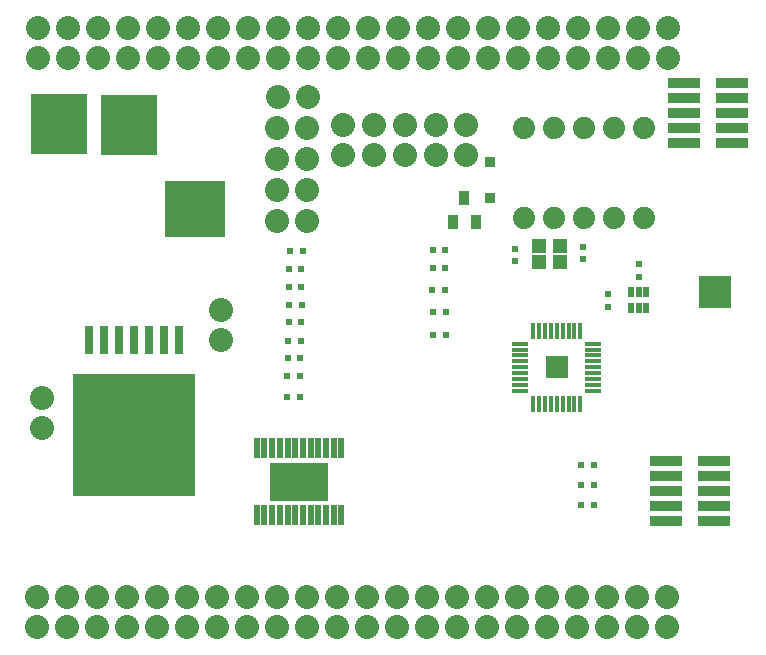
<source format=gts>
G04 ================== begin FILE IDENTIFICATION RECORD ==================*
G04 Layout Name:  BBB_cape_tape_out.brd*
G04 Film Name:    SOLDERMASK_TOP*
G04 File Format:  Gerber RS274X*
G04 File Origin:  Cadence Allegro 16.6-P004*
G04 Origin Date:  Thu Sep 11 16:10:17 2014*
G04 *
G04 Layer:  VIA CLASS/SOLDERMASK_TOP*
G04 Layer:  PIN/SOLDERMASK_TOP*
G04 Layer:  PACKAGE GEOMETRY/SOLDERMASK_TOP*
G04 Layer:  BOARD GEOMETRY/SOLDERMASK_TOP*
G04 *
G04 Offset:    (0.00 0.00)*
G04 Mirror:    No*
G04 Mode:      Positive*
G04 Rotation:  0*
G04 FullContactRelief:  No*
G04 UndefLineWidth:     5.00*
G04 ================== end FILE IDENTIFICATION RECORD ====================*
%FSLAX25Y25*MOIN*%
%IR0*IPPOS*OFA0.00000B0.00000*MIA0B0*SFA1.00000B1.00000*%
%ADD27R,.105X.037*%
%ADD10C,.08*%
%ADD21C,.074*%
%ADD29R,.105X.105*%
%ADD11R,.41X.406*%
%ADD20R,.024X.024*%
%ADD18R,.024X.024*%
%ADD28R,.021X.037*%
%ADD16R,.02X.066*%
%ADD14R,.202X.185*%
%ADD24R,.015X.055*%
%ADD23R,.035X.035*%
%ADD19R,.055X.015*%
%ADD26R,.045X.045*%
%ADD22R,.036X.045*%
%ADD25R,.075X.075*%
%ADD17R,.198X.128*%
%ADD13R,.029X.093*%
%AMMACRO15*
21,1,.202,.185,0.0,0.0,90.389*%
%ADD15MACRO15*%
%AMMACRO12*
21,1,.202,.185,0.0,0.0,89.79*%
%ADD12MACRO12*%
%LPD*%
G75*
G54D10*
X626300Y1610600D03*
X616300D03*
X626300Y1600600D03*
X616300D03*
X617700Y1676900D03*
Y1666900D03*
X626400Y1800500D03*
X616400D03*
X626400Y1790500D03*
X616400D03*
X656300Y1610600D03*
X646300D03*
X636300D03*
X656300Y1600600D03*
X646300D03*
X636300D03*
X656400Y1800500D03*
X646400D03*
X636400D03*
X656400Y1790500D03*
X646400D03*
X636400D03*
X686300Y1610600D03*
X676300D03*
X666300D03*
X686300Y1600600D03*
X676300D03*
X666300D03*
X677600Y1696300D03*
Y1706300D03*
X686400Y1800500D03*
X676400D03*
X666400D03*
X686400Y1790500D03*
X676400D03*
X666400D03*
X716300Y1610600D03*
X706300D03*
X696300D03*
X716300Y1600600D03*
X706300D03*
X696300D03*
X706300Y1736200D03*
X696300D03*
X706300Y1767000D03*
X696300D03*
X706300Y1756700D03*
X696300D03*
X706200Y1746400D03*
X696200D03*
X718000Y1768000D03*
Y1758000D03*
X706400Y1777400D03*
X696400D03*
X716400Y1800500D03*
X706400D03*
X696400D03*
X716400Y1790500D03*
X706400D03*
X696400D03*
X746300Y1610600D03*
X736300D03*
X726300D03*
X746300Y1600600D03*
X736300D03*
X726300D03*
X738800Y1768000D03*
Y1758000D03*
X728400Y1768000D03*
Y1758000D03*
X749100Y1768000D03*
Y1758000D03*
X746400Y1800500D03*
X736400D03*
X726400D03*
X746400Y1790500D03*
X736400D03*
X726400D03*
X776300Y1610600D03*
X766300D03*
X756300D03*
X776300Y1600600D03*
X766300D03*
X756300D03*
X759200Y1768000D03*
Y1758000D03*
X776400Y1800500D03*
X766400D03*
X756400D03*
X776400Y1790500D03*
X766400D03*
X756400D03*
X806300Y1610600D03*
X796300D03*
X786300D03*
X806300Y1600600D03*
X796300D03*
X786300D03*
X806400Y1800500D03*
X796400D03*
X786400D03*
X806400Y1790500D03*
X796400D03*
X786400D03*
X826300Y1610600D03*
X816300D03*
X826300Y1600600D03*
X816300D03*
X826400Y1800500D03*
X816400D03*
X826400Y1790500D03*
X816400D03*
G54D20*
X775500Y1726800D03*
Y1722600D03*
X806600Y1707500D03*
Y1711700D03*
X798000Y1723300D03*
Y1727500D03*
X816700Y1721700D03*
Y1717500D03*
G54D11*
X648400Y1664700D03*
G54D12*
X623600Y1768400D03*
G54D21*
X778400Y1737100D03*
Y1767100D03*
X808400Y1737100D03*
X798400D03*
X788400D03*
Y1767100D03*
X798400D03*
X808400D03*
X818400Y1737100D03*
Y1767100D03*
G54D13*
X633400Y1696350D03*
X638400D03*
X643400D03*
X648400D03*
X653400D03*
X658400D03*
X663400D03*
G54D22*
X762360Y1735862D03*
X754880D03*
X758620Y1743736D03*
G54D23*
X767300Y1755600D03*
Y1743600D03*
G54D14*
X668800Y1740200D03*
G54D15*
X646800Y1768200D03*
G54D24*
X797274Y1675150D03*
X795306D03*
X793337D03*
X791368D03*
X789400D03*
X787432D03*
X785463D03*
X783494D03*
X781526D03*
Y1699450D03*
X783494D03*
X785463D03*
X787432D03*
X789400D03*
X791368D03*
X793337D03*
X795306D03*
X797274D03*
G54D25*
X789400Y1687300D03*
G54D16*
X689425Y1638100D03*
Y1660300D03*
X717575Y1638100D03*
X715016D03*
X712457D03*
X709898D03*
X707339D03*
X704780D03*
X702220D03*
X699661D03*
X697102D03*
X694543D03*
X691984D03*
Y1660300D03*
X694543D03*
X697102D03*
X699661D03*
X702220D03*
X704780D03*
X707339D03*
X709898D03*
X712457D03*
X715016D03*
X717575D03*
G54D17*
X703500Y1649200D03*
G54D26*
X783600Y1727600D03*
X790400Y1722400D03*
Y1727600D03*
X783600Y1722400D03*
G54D18*
X703700Y1677300D03*
X699500D03*
X704100Y1696100D03*
X699900D03*
X699600Y1684400D03*
X703800D03*
X704400Y1708100D03*
X700200D03*
X700000Y1702400D03*
X704200D03*
X703900Y1690500D03*
X699700D03*
X700100Y1719900D03*
X704300D03*
X700100Y1714200D03*
X704300D03*
X704700Y1726000D03*
X700500D03*
X748200Y1705800D03*
X748300Y1698200D03*
X747900Y1713000D03*
X748100Y1726300D03*
Y1720300D03*
X752400Y1705800D03*
X752500Y1698200D03*
X752100Y1713000D03*
X752300Y1726300D03*
Y1720300D03*
X797600Y1641300D03*
X801800D03*
Y1647900D03*
X797600D03*
X797500Y1654800D03*
X801700D03*
G54D27*
X841900Y1636200D03*
X825900D03*
X841900Y1641200D03*
X825900D03*
X841900Y1646200D03*
X825900D03*
X841900Y1651200D03*
X825900D03*
X841900Y1656200D03*
X825900D03*
X831800Y1761900D03*
Y1766900D03*
Y1771900D03*
Y1776900D03*
Y1781900D03*
X847800Y1761900D03*
Y1766900D03*
Y1771900D03*
Y1776900D03*
Y1781900D03*
G54D19*
X777250Y1679426D03*
Y1681394D03*
Y1683363D03*
Y1685332D03*
Y1687300D03*
Y1689268D03*
Y1691237D03*
Y1693206D03*
Y1695174D03*
X801550Y1679426D03*
Y1695174D03*
Y1693206D03*
Y1691237D03*
Y1689268D03*
Y1687300D03*
Y1685332D03*
Y1683363D03*
Y1681394D03*
G54D28*
X819300Y1707100D03*
X816700D03*
X814100D03*
Y1712300D03*
X816700D03*
X819300D03*
G54D29*
X842300D03*
M02*

</source>
